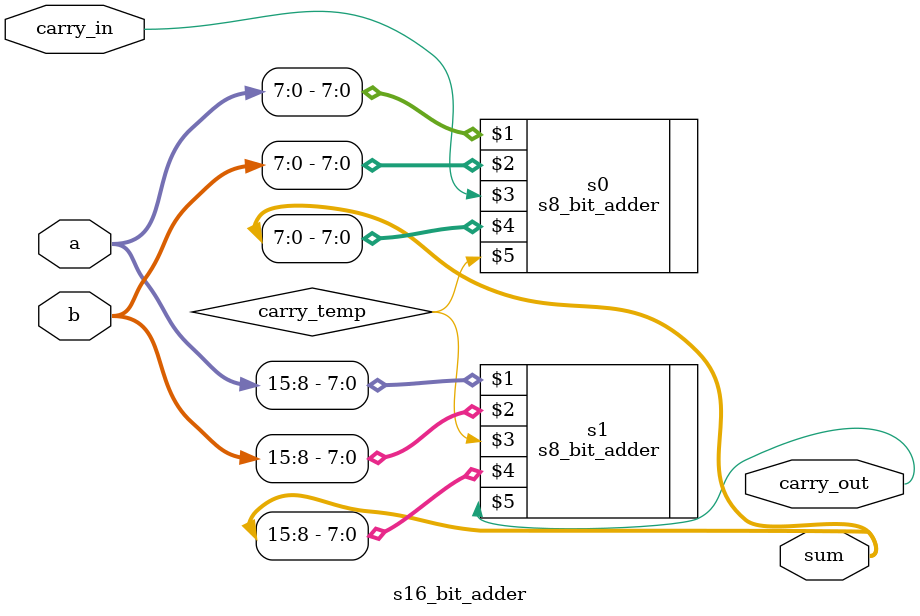
<source format=v>
`timescale 1ns / 1ps


/* 

    * Assignment - 3
    * Problem - 1.c
    * Semester - 5 (Autumn)
    * Group - 56
    * Group members - Utsav Mehta (20CS10069) and Vibhu (20CS10072)

*/

module s16_bit_adder (a, b, carry_in, sum, carry_out);

    // Inputs and Outputs
    input [15:0] a, b;
    input carry_in;
    output [15:0] sum;
    output carry_out;

    // Internal, Temporary Variables
    wire carry_temp;

    // Use two 8-bit RCAs to build a 16-bit RCAs
    s8_bit_adder s0 (a[7:0], b[7:0], carry_in, sum[7:0], carry_temp);
    s8_bit_adder s1 (a[15:8], b[15:8], carry_temp, sum[15:8], carry_out);

endmodule

</source>
